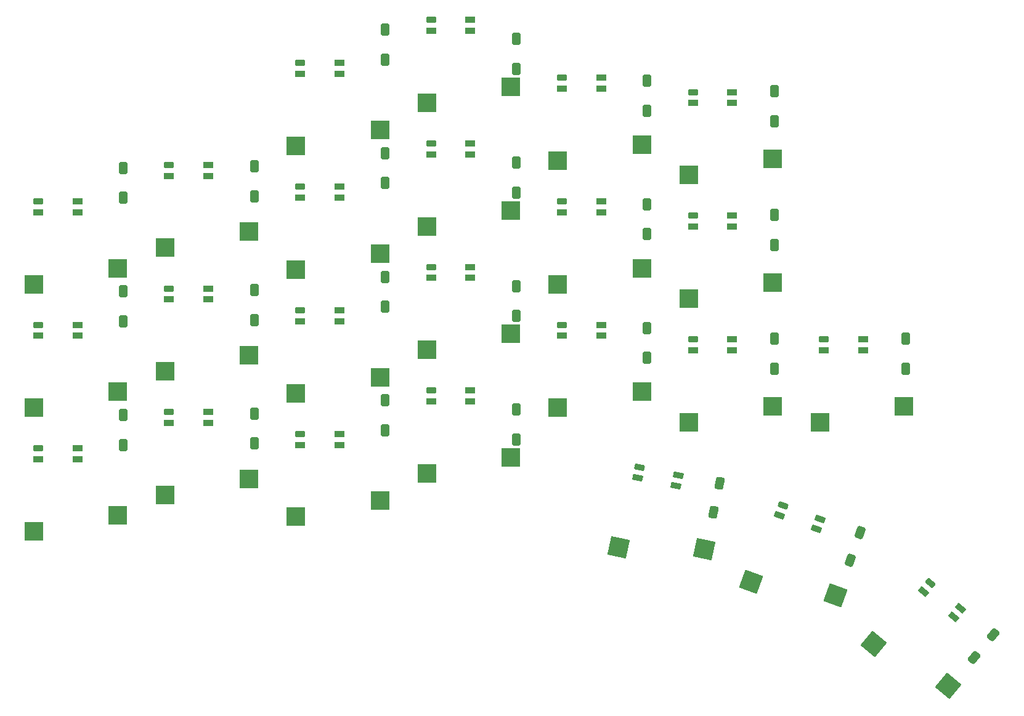
<source format=gtp>
G04 #@! TF.GenerationSoftware,KiCad,Pcbnew,6.0.11-3.fc36*
G04 #@! TF.CreationDate,2023-02-22T18:11:36-05:00*
G04 #@! TF.ProjectId,kb40,6b623430-2e6b-4696-9361-645f70636258,rev?*
G04 #@! TF.SameCoordinates,Original*
G04 #@! TF.FileFunction,Paste,Top*
G04 #@! TF.FilePolarity,Positive*
%FSLAX46Y46*%
G04 Gerber Fmt 4.6, Leading zero omitted, Abs format (unit mm)*
G04 Created by KiCad (PCBNEW 6.0.11-3.fc36) date 2023-02-22 18:11:36*
%MOMM*%
%LPD*%
G01*
G04 APERTURE LIST*
G04 Aperture macros list*
%AMRoundRect*
0 Rectangle with rounded corners*
0 $1 Rounding radius*
0 $2 $3 $4 $5 $6 $7 $8 $9 X,Y pos of 4 corners*
0 Add a 4 corners polygon primitive as box body*
4,1,4,$2,$3,$4,$5,$6,$7,$8,$9,$2,$3,0*
0 Add four circle primitives for the rounded corners*
1,1,$1+$1,$2,$3*
1,1,$1+$1,$4,$5*
1,1,$1+$1,$6,$7*
1,1,$1+$1,$8,$9*
0 Add four rect primitives between the rounded corners*
20,1,$1+$1,$2,$3,$4,$5,0*
20,1,$1+$1,$4,$5,$6,$7,0*
20,1,$1+$1,$6,$7,$8,$9,0*
20,1,$1+$1,$8,$9,$2,$3,0*%
%AMRotRect*
0 Rectangle, with rotation*
0 The origin of the aperture is its center*
0 $1 length*
0 $2 width*
0 $3 Rotation angle, in degrees counterclockwise*
0 Add horizontal line*
21,1,$1,$2,0,0,$3*%
G04 Aperture macros list end*
%ADD10R,2.600000X2.600000*%
%ADD11RoundRect,0.300000X0.124041X0.614544X-0.583668X-0.228871X-0.124041X-0.614544X0.583668X0.228871X0*%
%ADD12RoundRect,0.300000X-0.300000X0.550500X-0.300000X-0.550500X0.300000X-0.550500X0.300000X0.550500X0*%
%ADD13R,1.400000X0.820000*%
%ADD14RoundRect,0.205000X0.495000X0.205000X-0.495000X0.205000X-0.495000X-0.205000X0.495000X-0.205000X0*%
%ADD15RotRect,2.600000X2.600000X340.000000*%
%ADD16RoundRect,0.300000X-0.178989X0.600844X-0.407900X-0.476097X0.178989X-0.600844X0.407900X0.476097X0*%
%ADD17RotRect,2.600000X2.600000X320.000000*%
%ADD18RoundRect,0.300000X-0.093626X0.619907X-0.470190X-0.414695X0.093626X-0.619907X0.470190X0.414695X0*%
%ADD19RotRect,2.600000X2.600000X348.000000*%
%ADD20RotRect,1.400000X0.820000X140.000000*%
%ADD21RoundRect,0.205000X0.510963X-0.161141X-0.247421X0.475219X-0.510963X0.161141X0.247421X-0.475219X0*%
%ADD22RotRect,1.400000X0.820000X168.000000*%
%ADD23RoundRect,0.205000X0.526805X0.097604X-0.441561X0.303437X-0.526805X-0.097604X0.441561X-0.303437X0*%
%ADD24RotRect,1.400000X0.820000X160.000000*%
%ADD25RoundRect,0.205000X0.535262X0.023337X-0.395034X0.361937X-0.535262X-0.023337X0.395034X-0.361937X0*%
G04 APERTURE END LIST*
D10*
X142225000Y-67450000D03*
X153775000Y-65250000D03*
D11*
X202068357Y-132678843D03*
X199431643Y-135821157D03*
D12*
X136500000Y-101699000D03*
X136500000Y-105801000D03*
D10*
X160225000Y-86450000D03*
X171775000Y-84250000D03*
X106225000Y-65450000D03*
X117775000Y-63250000D03*
D13*
X94200000Y-69550000D03*
X88800000Y-69550000D03*
D14*
X88800000Y-68050000D03*
D13*
X94200000Y-68050000D03*
D10*
X88225000Y-113450000D03*
X99775000Y-111250000D03*
D13*
X148200000Y-57550000D03*
X142800000Y-57550000D03*
D14*
X142800000Y-56050000D03*
D13*
X148200000Y-56050000D03*
X94200000Y-86550000D03*
X88800000Y-86550000D03*
D14*
X88800000Y-85050000D03*
D13*
X94200000Y-85050000D03*
X148200000Y-74550000D03*
X142800000Y-74550000D03*
D14*
X142800000Y-73050000D03*
D13*
X148200000Y-73050000D03*
D15*
X168779993Y-125387610D03*
X180385887Y-127270619D03*
D12*
X82500000Y-68449000D03*
X82500000Y-72551000D03*
D10*
X106225000Y-116450000D03*
X117775000Y-114250000D03*
D12*
X118500000Y-66449000D03*
X118500000Y-70551000D03*
X172000000Y-74949000D03*
X172000000Y-79051000D03*
D13*
X112200000Y-55550000D03*
X106800000Y-55550000D03*
D14*
X106800000Y-54050000D03*
D13*
X112200000Y-54050000D03*
D16*
X164468373Y-111837552D03*
X163615519Y-115849914D03*
D13*
X130200000Y-66600000D03*
X124800000Y-66600000D03*
D14*
X124800000Y-65100000D03*
D13*
X130200000Y-65100000D03*
D10*
X88225000Y-79450000D03*
X99775000Y-77250000D03*
D13*
X130200000Y-49600000D03*
X124800000Y-49600000D03*
D14*
X124800000Y-48100000D03*
D13*
X130200000Y-48100000D03*
X76200000Y-108550000D03*
X70800000Y-108550000D03*
D14*
X70800000Y-107050000D03*
D13*
X76200000Y-107050000D03*
D10*
X142225000Y-101450000D03*
X153775000Y-99250000D03*
D12*
X154500000Y-56481500D03*
X154500000Y-60583500D03*
D10*
X106225000Y-82450000D03*
X117775000Y-80250000D03*
D12*
X100500000Y-85268000D03*
X100500000Y-89370000D03*
D10*
X124225000Y-110450000D03*
X135775000Y-108250000D03*
D13*
X112200000Y-89550000D03*
X106800000Y-89550000D03*
D14*
X106800000Y-88050000D03*
D13*
X112200000Y-88050000D03*
D10*
X124225000Y-93500000D03*
X135775000Y-91300000D03*
D12*
X154500000Y-90481500D03*
X154500000Y-94583500D03*
X82500000Y-85449000D03*
X82500000Y-89551000D03*
D13*
X148200000Y-91550000D03*
X142800000Y-91550000D03*
D14*
X142800000Y-90050000D03*
D13*
X148200000Y-90050000D03*
D12*
X136500000Y-67749000D03*
X136500000Y-71851000D03*
D13*
X184200000Y-93550000D03*
X178800000Y-93550000D03*
D14*
X178800000Y-92050000D03*
D13*
X184200000Y-92050000D03*
D12*
X118500000Y-49449000D03*
X118500000Y-53551000D03*
X118500000Y-83449000D03*
X118500000Y-87551000D03*
X118500000Y-100449000D03*
X118500000Y-104551000D03*
D17*
X185655483Y-133920297D03*
X195917429Y-139659196D03*
D18*
X183778447Y-118607492D03*
X182375481Y-122462112D03*
D10*
X70225000Y-118450000D03*
X81775000Y-116250000D03*
D12*
X136500000Y-84749000D03*
X136500000Y-88851000D03*
D13*
X166200000Y-93550000D03*
X160800000Y-93550000D03*
D14*
X160800000Y-92050000D03*
D13*
X166200000Y-92050000D03*
X112200000Y-106550000D03*
X106800000Y-106550000D03*
D14*
X106800000Y-105050000D03*
D13*
X112200000Y-105050000D03*
D10*
X124225000Y-76500000D03*
X135775000Y-74300000D03*
X70225000Y-84450000D03*
X81775000Y-82250000D03*
D12*
X172000000Y-57949000D03*
X172000000Y-62051000D03*
D10*
X142225000Y-84450000D03*
X153775000Y-82250000D03*
D19*
X150559492Y-120639067D03*
X162314503Y-120888523D03*
D13*
X112200000Y-72550000D03*
X106800000Y-72550000D03*
D14*
X106800000Y-71050000D03*
D13*
X112200000Y-71050000D03*
X130200000Y-100550000D03*
X124800000Y-100550000D03*
D14*
X124800000Y-99050000D03*
D13*
X130200000Y-99050000D03*
D10*
X160225000Y-69450000D03*
X171775000Y-67250000D03*
X106225000Y-99450000D03*
X117775000Y-97250000D03*
D20*
X196596197Y-130177113D03*
X192459557Y-126706060D03*
D21*
X193423739Y-125556993D03*
D20*
X197560379Y-129028046D03*
D13*
X76200000Y-91550000D03*
X70800000Y-91550000D03*
D14*
X70800000Y-90050000D03*
D13*
X76200000Y-90050000D03*
D22*
X158462250Y-112197678D03*
X153180253Y-111074955D03*
D23*
X153492120Y-109607734D03*
D22*
X158774117Y-110730457D03*
D12*
X190000000Y-91949000D03*
X190000000Y-96051000D03*
D10*
X124225000Y-59500000D03*
X135775000Y-57300000D03*
D13*
X166200000Y-76550000D03*
X160800000Y-76550000D03*
D14*
X160800000Y-75050000D03*
D13*
X166200000Y-75050000D03*
D12*
X100500000Y-68268000D03*
X100500000Y-72370000D03*
D10*
X70225000Y-101450000D03*
X81775000Y-99250000D03*
D12*
X82500000Y-102449000D03*
X82500000Y-106551000D03*
D13*
X76200000Y-74550000D03*
X70800000Y-74550000D03*
D14*
X70800000Y-73050000D03*
D13*
X76200000Y-73050000D03*
D10*
X88225000Y-96450000D03*
X99775000Y-94250000D03*
D13*
X130200000Y-83600000D03*
X124800000Y-83600000D03*
D14*
X124800000Y-82100000D03*
D13*
X130200000Y-82100000D03*
X94200000Y-103550000D03*
X88800000Y-103550000D03*
D14*
X88800000Y-102050000D03*
D13*
X94200000Y-102050000D03*
D12*
X154500000Y-73481500D03*
X154500000Y-77583500D03*
D13*
X166200000Y-59550000D03*
X160800000Y-59550000D03*
D14*
X160800000Y-58050000D03*
D13*
X166200000Y-58050000D03*
D12*
X100500000Y-102268000D03*
X100500000Y-106370000D03*
D24*
X177780655Y-118128224D03*
X172706315Y-116281315D03*
D25*
X173219345Y-114871776D03*
D24*
X178293685Y-116718685D03*
D12*
X136500000Y-50749000D03*
X136500000Y-54851000D03*
D10*
X160225000Y-103450000D03*
X171775000Y-101250000D03*
D12*
X172000000Y-91949000D03*
X172000000Y-96051000D03*
D10*
X178225000Y-103450000D03*
X189775000Y-101250000D03*
M02*

</source>
